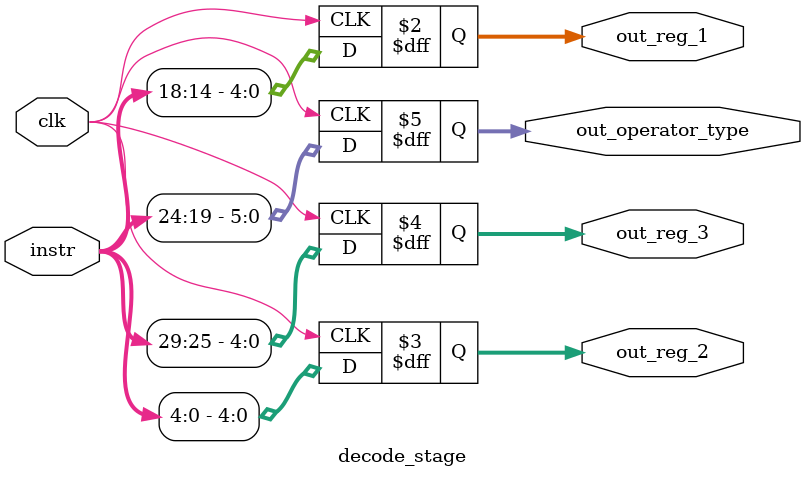
<source format=v>
module decode_stage(
	input clk,
	input wire [31:0] instr,
	output reg [4:0] out_reg_1, out_reg_2, out_reg_3,
	output reg [5:0] out_operator_type,);
	
	always@(posedge clk)
		begin
			out_reg_1 = instr[18:14];
			out_reg_2 = instr[4:0];
			out_reg_3 = instr[29:25];
			out_operator_type = instr[24:19];
		end
endmodule

</source>
